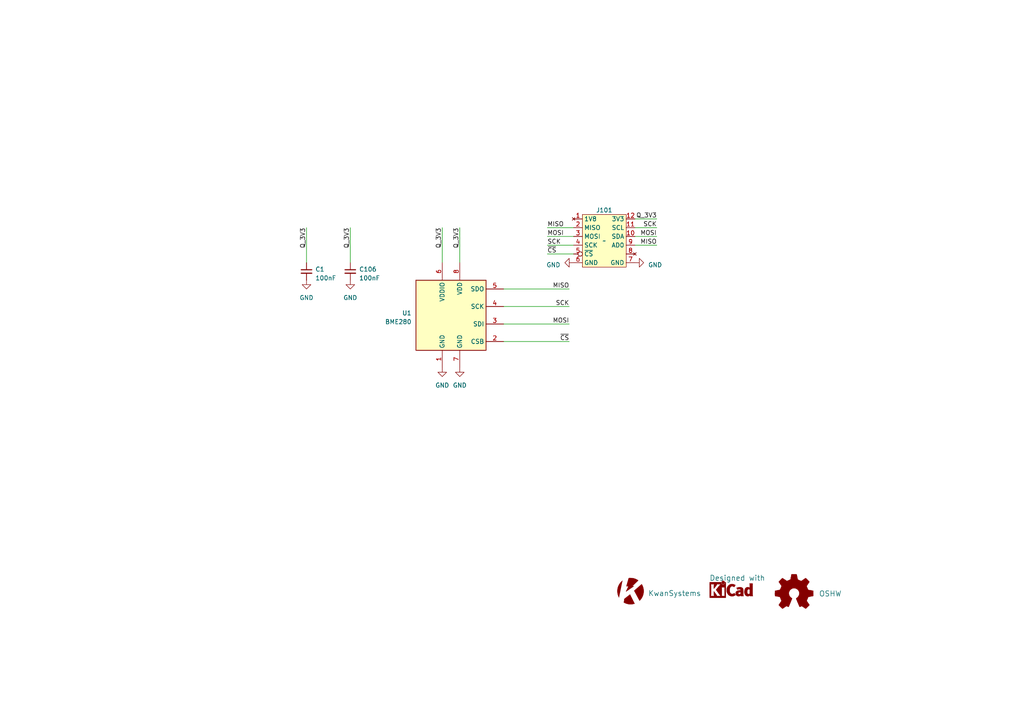
<source format=kicad_sch>
(kicad_sch (version 20230121) (generator eeschema)
  (paper "A4")
  (title_block (title "BME280 Stamp") (date "2023-03-23") (company "Kwan Systems"))
  (lib_symbols
    (symbol "Device:C_Small" (pin_numbers hide) (pin_names (offset 0.254) hide)
      (property "Reference" "C" (at 0.254 1.778 0))
      (property "Value" "C_Small" (at 0.254 -2.032 0))
      (symbol "C_Small_0_1"
        (polyline (pts (xy -1.524 -0.508) (xy 1.524 -0.508)) (stroke (width 0.3302)))
        (polyline (pts (xy -1.524 0.508) (xy 1.524 0.508)) (stroke (width 0.3048)))
      )
      (symbol "C_Small_1_1"
        (pin passive line (at 0 2.54 270) (length 2.032) (name "~") (number "1"))
        (pin passive line (at 0 -2.54 90) (length 2.032) (name "~") (number "2"))
      )
    )
    (symbol "KwanSystems:DesignedWithKicad" (pin_names (offset 1.016)) (in_bom no)
      (property "Value" "DesignedWithKicad" (at 3.81 -2.54 0))
      (symbol "DesignedWithKicad_0_1"
        (polyline (pts (xy -2.273 4.2434) (xy -2.1768 4.2192) (xy -2.0902 4.1764) (xy -2.0154 4.1166) (xy -1.9544 4.0415) (xy -1.9094 3.9528) (xy -1.8831 3.8565) (xy -1.8773 3.7592) (xy -1.8921 3.6653) (xy -1.9258 3.5775) (xy -1.9765 3.4982) (xy -2.0423 3.4302) (xy -2.1214 3.3759) (xy -2.2119 3.338) (xy -2.2632 3.3256) (xy -2.3077 3.3181) (xy -2.342 3.3151) (xy -2.375 3.3169) (xy -2.4154 3.3238) (xy -2.4485 3.3308) (xy -2.5419 3.3623) (xy -2.6256 3.4134) (xy -2.6977 3.4826) (xy -2.7562 3.5683) (xy -2.7701 3.5955) (xy -2.7866 3.6319) (xy -2.7969 3.6624) (xy -2.8025 3.6946) (xy -2.8047 3.7357) (xy -2.8049 3.7818) (xy -2.8009 3.8661) (xy -2.7874 3.9354) (xy -2.7623 3.996) (xy -2.7228 4.0544) (xy -2.6843 4.0987) (xy -2.6124 4.1645) (xy -2.5373 4.2099) (xy -2.4546 4.2372) (xy -2.3769 4.2474) (xy -2.273 4.2434)) (stroke (width 0.0025)) (fill (type outline)))
        (polyline (pts (xy 0.3284 3.3209) (xy 0.4886 3.2998) (xy 0.6525 3.2596) (xy 0.8223 3.2001) (xy 1 3.1208) (xy 1.0113 3.1153) (xy 1.069 3.0873) (xy 1.1206 3.0632) (xy 1.1622 3.0448) (xy 1.1902 3.0336) (xy 1.1997 3.0311) (xy 1.219 3.0261) (xy 1.2236 3.0219) (xy 1.2185 3.0114) (xy 1.2024 2.9851) (xy 1.1773 2.9457) (xy 1.1449 2.896) (xy 1.1071 2.8387) (xy 1.0658 2.7765) (xy 1.0228 2.7123) (xy 0.9799 2.6487) (xy 0.939 2.5886) (xy 0.902 2.5346) (xy 0.8706 2.4896) (xy 0.8468 2.4563) (xy 0.8323 2.4374) (xy 0.8303 2.4352) (xy 0.8202 2.4399) (xy 0.7978 2.457) (xy 0.7673 2.4836) (xy 0.7515 2.498) (xy 0.655 2.5733) (xy 0.5483 2.6288) (xy 0.4328 2.6639) (xy 0.31 2.6781) (xy 0.2406 2.6769) (xy 0.1194 2.6598) (xy 0.0102 2.6239) (xy -0.0874 2.569) (xy -0.1738 2.4949) (xy -0.2492 2.4013) (xy -0.314 2.2879) (xy -0.3514 2.2013) (xy -0.3953 2.0656) (xy -0.4276 1.9182) (xy -0.4484 1.7627) (xy -0.4579 1.603) (xy -0.4562 1.443) (xy -0.4432 1.2864) (xy -0.4191 1.1371) (xy -0.384 0.9988) (xy -0.3379 0.8753) (xy -0.3216 0.841) (xy -0.2534 0.7269) (xy -0.1729 0.6304) (xy -0.0814 0.5523) (xy 0.0199 0.4934) (xy 0.1299 0.4544) (xy 0.2474 0.4361) (xy 0.2889 0.4348) (xy 0.4104 0.4457) (xy 0.5309 0.4785) (xy 0.6487 0.5326) (xy 0.7623 0.6071) (xy 0.8537 0.6855) (xy 0.9002 0.73) (xy 1.0815 0.4327) (xy 1.1266 0.3586) (xy 1.1678 0.2904) (xy 1.2037 0.2305) (xy 1.2329 0.1816) (xy 1.2538 0.1459) (xy 1.2649 0.126) (xy 1.2664 0.1229) (xy 1.2581 0.1133) (xy 1.2326 0.096) (xy 1.1929 0.0727) (xy 1.1423 0.0451) (xy 1.0841 0.0147) (xy 1.0214 -0.0168) (xy 0.9576 -0.0477) (xy 0.8959 -0.0765) (xy 0.8394 -0.1014) (xy 0.7914 -0.1209) (xy 0.768 -0.1293) (xy 0.6342 -0.1671) (xy 0.4963 -0.1921) (xy 0.3486 -0.2051) (xy 0.2218 -0.2075) (xy 0.1539 -0.2064) (xy 0.0883 -0.2043) (xy 0.0308 -0.2014) (xy -0.0126 -0.1981) (xy -0.0267 -0.1964) (xy -0.1657 -0.1676) (xy -0.3072 -0.1225) (xy -0.4447 -0.0638) (xy -0.5716 0.0059) (xy -0.6491 0.0586) (xy -0.7765 0.1668) (xy -0.8948 0.2933) (xy -1.0018 0.4351) (xy -1.0953 0.589) (xy -1.1732 0.7519) (xy -1.217 0.8692) (xy -1.2673 1.0529) (xy -1.3008 1.2474) (xy -1.3176 1.4487) (xy -1.3176 1.6524) (xy -1.3009 1.8545) (xy -1.2675 2.0506) (xy -1.2174 2.2366) (xy -1.2136 2.2482) (xy -1.1507 2.4103) (xy -1.074 2.5582) (xy -0.9808 2.6961) (xy -0.8685 2.8283) (xy -0.8246 2.8736) (xy -0.6885 2.9975) (xy -0.5485 3.1001) (xy -0.4026 3.1823) (xy -0.2486 3.2454) (xy -0.0843 3.2905) (xy 0.0113 3.308) (xy 0.17 3.3235) (xy 0.3284 3.3209)) (stroke (width 0.0025)) (fill (type outline)))
        (polyline (pts (xy 6.1865 1.7978) (xy 6.1865 1.5633) (xy 6.1866 1.3504) (xy 6.1866 1.1578) (xy 6.1868 0.9845) (xy 6.1871 0.8294) (xy 6.1875 0.6914) (xy 6.1882 0.5693) (xy 6.189 0.4621) (xy 6.1902 0.3687) (xy 6.1917 0.2879) (xy 6.1935 0.2187) (xy 6.1958 0.16) (xy 6.1985 0.1106) (xy 6.2016 0.0695) (xy 6.2053 0.0356) (xy 6.2095 0.0077) (xy 6.2143 -0.0152) (xy 6.2198 -0.0342) (xy 6.2259 -0.0505) (xy 6.2327 -0.0652) (xy 6.2403 -0.0792) (xy 6.2486 -0.0939) (xy 6.2538 -0.103) (xy 6.2881 -0.1637) (xy 5.43 -0.1637) (xy 5.43 -0.0677) (xy 5.4292 -0.0244) (xy 5.4273 0.0088) (xy 5.4245 0.0266) (xy 5.4232 0.0282) (xy 5.4118 0.0213) (xy 5.3891 0.0035) (xy 5.3664 -0.0159) (xy 5.3118 -0.0566) (xy 5.2423 -0.0976) (xy 5.1653 -0.1351) (xy 5.088 -0.1654) (xy 5.0571 -0.175) (xy 4.9886 -0.1896) (xy 4.9058 -0.1995) (xy 4.8164 -0.2046) (xy 4.7282 -0.2044) (xy 4.6492 -0.1987) (xy 4.6115 -0.1929) (xy 4.4734 -0.1548) (xy 4.3461 -0.0971) (xy 4.2303 -0.0202) (xy 4.1266 0.0753) (xy 4.0358 0.1888) (xy 3.969 0.2996) (xy 3.9142 0.4164) (xy 3.8722 0.5357) (xy 3.8422 0.6617) (xy 3.8233 0.7984) (xy 3.8147 0.9498) (xy 3.814 1.0273) (xy 3.8161 1.0841) (xy 4.6452 1.0841) (xy 4.6454 0.991) (xy 4.6483 0.9033) (xy 4.654 0.8262) (xy 4.6625 0.765) (xy 4.665 0.7526) (xy 4.6968 0.6454) (xy 4.7385 0.5583) (xy 4.7904 0.4914) (xy 4.8528 0.4442) (xy 4.9261 0.4166) (xy 5.0107 0.4085) (xy 5.1068 0.4194) (xy 5.1703 0.4352) (xy 5.2195 0.4534) (xy 5.2736 0.4792) (xy 5.3142 0.5029) (xy 5.3848 0.5493) (xy 5.3848 1.6995) (xy 5.3174 1.743) (xy 5.2389 1.784) (xy 5.1547 1.8106) (xy 5.0696 1.8225) (xy 4.9882 1.8193) (xy 4.9154 1.8004) (xy 4.8834 1.7848) (xy 4.8255 1.7418) (xy 4.7765 1.685) (xy 4.7354 1.6124) (xy 4.7009 1.5219) (xy 4.6718 1.4113) (xy 4.6706 1.4055) (xy 4.6604 1.3432) (xy 4.6527 1.2654) (xy 4.6477 1.1773) (xy 4.6452 1.0841) (xy 3.8161 1.0841) (xy 3.8219 1.2401) (xy 3.8438 1.4359) (xy 3.8798 1.6147) (xy 3.9298 1.7762) (xy 3.9937 1.9203) (xy 4.0715 2.0469) (xy 4.1631 2.1559) (xy 4.2685 2.2471) (xy 4.3137 2.2781) (xy 4.4146 2.3342) (xy 4.5179 2.3738) (xy 4.628 2.398) (xy 4.7493 2.4078) (xy 4.8418 2.4067) (xy 4.9715 2.3958) (xy 5.0841 2.374) (xy 5.1829 2.3403) (xy 5.2711 2.2938) (xy 5.32 2.2596) (xy 5.3494 2.2376) (xy 5.371 2.2227) (xy 5.3793 2.2183) (xy 5.3809 2.2291) (xy 5.3822 2.2597) (xy 5.3831 2.3075) (xy 5.3838 2.3695) (xy 5.3842 2.4431) (xy 5.3843 2.5256) (xy 5.3842 2.6141) (xy 5.3838 2.7059) (xy 5.3832 2.7983) (xy 5.3823 2.8885) (xy 5.3813 2.9737) (xy 5.38 3.0513) (xy 5.3786 3.1184) (xy 5.3769 3.1724) (xy 5.3752 3.2104) (xy 5.3747 3.2173) (xy 5.3671 3.2877) (xy 5.3555 3.3429) (xy 5.3378 3.39) (xy 5.3117 3.4364) (xy 5.3054 3.4459) (xy 5.281 3.4826) (xy 6.1863 3.4826) (xy 6.1865 1.7978)) (stroke (width 0.0025)) (fill (type outline)))
        (polyline (pts (xy 2.6736 2.4034) (xy 2.8255 2.3834) (xy 2.9608 2.3498) (xy 3.0802 2.3023) (xy 3.1848 2.2406) (xy 3.2624 2.177) (xy 3.3313 2.1029) (xy 3.385 2.0231) (xy 3.4279 1.9309) (xy 3.4434 1.8878) (xy 3.4562 1.8489) (xy 3.4674 1.8127) (xy 3.4771 1.7776) (xy 3.4854 1.7416) (xy 3.4924 1.703) (xy 3.4983 1.6598) (xy 3.5031 1.6104) (xy 3.5071 1.5527) (xy 3.5103 1.4851) (xy 3.5129 1.4057) (xy 3.5151 1.3126) (xy 3.5168 1.204) (xy 3.5183 1.0781) (xy 3.5198 0.933) (xy 3.521 0.7902) (xy 3.5224 0.634) (xy 3.5236 0.4988) (xy 3.5248 0.3828) (xy 3.5261 0.2844) (xy 3.5277 0.2019) (xy 3.5297 0.1338) (xy 3.5322 0.0782) (xy 3.5353 0.0337) (xy 3.5391 -0.0015) (xy 3.5439 -0.029) (xy 3.5496 -0.0506) (xy 3.5565 -0.0677) (xy 3.5647 -0.0822) (xy 3.5742 -0.0956) (xy 3.5853 -0.1096) (xy 3.5896 -0.1151) (xy 3.6054 -0.1379) (xy 3.6124 -0.1535) (xy 3.6124 -0.1539) (xy 3.6016 -0.1561) (xy 3.5706 -0.1581) (xy 3.522 -0.1599) (xy 3.4582 -0.1615) (xy 3.3817 -0.1626) (xy 3.2949 -0.1634) (xy 3.2005 -0.1637) (xy 3.1896 -0.1637) (xy 2.7667 -0.1637) (xy 2.7634 -0.0676) (xy 2.7601 0.0284) (xy 2.698 -0.0225) (xy 2.6007 -0.0901) (xy 2.4908 -0.1447) (xy 2.4043 -0.175) (xy 2.3353 -0.1897) (xy 2.2519 -0.1997) (xy 2.1622 -0.2046) (xy 2.0738 -0.2043) (xy 1.9949 -0.1984) (xy 1.9586 -0.1926) (xy 1.8186 -0.1548) (xy 1.6922 -0.0999) (xy 1.5803 -0.0289) (xy 1.4838 0.0574) (xy 1.4036 0.1583) (xy 1.3407 0.2729) (xy 1.2963 0.399) (xy 1.284 0.4556) (xy 1.2764 0.5178) (xy 1.2727 0.5926) (xy 1.2722 0.6265) (xy 1.2723 0.6297) (xy 2.0322 0.6297) (xy 2.0415 0.5547) (xy 2.0697 0.4908) (xy 2.1182 0.4352) (xy 2.1233 0.4308) (xy 2.1715 0.396) (xy 2.2233 0.3734) (xy 2.284 0.3615) (xy 2.3594 0.3586) (xy 2.3775 0.359) (xy 2.4313 0.3617) (xy 2.4713 0.3671) (xy 2.5063 0.3773) (xy 2.5451 0.3941) (xy 2.5557 0.3993) (xy 2.6164 0.4352) (xy 2.6632 0.4778) (xy 2.676 0.493) (xy 2.7206 0.5495) (xy 2.7206 0.7454) (xy 2.7201 0.8241) (xy 2.7184 0.882) (xy 2.7154 0.9211) (xy 2.7111 0.9433) (xy 2.707 0.9497) (xy 2.691 0.9529) (xy 2.6573 0.9555) (xy 2.6103 0.9573) (xy 2.555 0.9581) (xy 2.5461 0.9582) (xy 2.4253 0.9529) (xy 2.3227 0.9367) (xy 2.2361 0.909) (xy 2.1637 0.8692) (xy 2.1088 0.8222) (xy 2.0642 0.7644) (xy 2.0395 0.7013) (xy 2.0322 0.6297) (xy 1.2723 0.6297) (xy 1.2742 0.7203) (xy 1.2825 0.7992) (xy 1.2988 0.8704) (xy 1.3244 0.9411) (xy 1.3484 0.9935) (xy 1.407 1.0888) (xy 1.4851 1.1768) (xy 1.5803 1.256) (xy 1.6902 1.3247) (xy 1.8125 1.3813) (xy 1.9448 1.4242) (xy 2.0094 1.4391) (xy 2.1456 1.4612) (xy 2.294 1.4758) (xy 2.4455 1.4822) (xy 2.5721 1.4806) (xy 2.734 1.4738) (xy 2.7265 1.5328) (xy 2.7072 1.6319) (xy 2.6761 1.7126) (xy 2.6323 1.7755) (xy 2.5749 1.8212) (xy 2.503 1.8504) (xy 2.4159 1.8636) (xy 2.3127 1.8614) (xy 2.2747 1.8574) (xy 2.1335 1.8322) (xy 1.9967 1.7912) (xy 1.9022 1.7532) (xy 1.857 1.7338) (xy 1.8186 1.7182) (xy 1.7922 1.7086) (xy 1.7845 1.7065) (xy 1.7748 1.7156) (xy 1.7581 1.7446) (xy 1.7342 1.7938) (xy 1.7031 1.8635) (xy 1.6645 1.9541) (xy 1.6579 1.9699) (xy 1.6279 2.0422) (xy 1.6009 2.1076) (xy 1.5781 2.1631) (xy 1.5608 2.2059) (xy 1.55 2.2332) (xy 1.5469 2.2421) (xy 1.5569 2.2468) (xy 1.5832 2.2521) (xy 1.6115 2.2558) (xy 1.6416 2.2605) (xy 1.6894 2.27) (xy 1.7506 2.2832) (xy 1.8209 2.2992) (xy 1.8962 2.3172) (xy 1.9248 2.3242) (xy 2.0298 2.3498) (xy 2.1175 2.3699) (xy 2.1921 2.385) (xy 2.2579 2.396) (xy 2.3193 2.4033) (xy 2.3806 2.4077) (xy 2.4461 2.4097) (xy 2.5041 2.4101) (xy 2.6736 2.4034)) (stroke (width 0.0025)) (fill (type outline)))
        (polyline (pts (xy -2.9464 3.7809) (xy -2.9355 3.667) (xy -2.9039 3.5594) (xy -2.853 3.4604) (xy -2.7843 3.3723) (xy -2.6992 3.2975) (xy -2.6022 3.2396) (xy -2.496 3.2) (xy -2.389 3.1814) (xy -2.2833 3.1826) (xy -2.1811 3.2021) (xy -2.0845 3.2386) (xy -1.9956 3.2908) (xy -1.9165 3.3573) (xy -1.8494 3.4368) (xy -1.7962 3.528) (xy -1.7592 3.6295) (xy -1.7404 3.7399) (xy -1.7385 3.7898) (xy -1.7385 3.8777) (xy -1.6866 3.8777) (xy -1.6503 3.8749) (xy -1.6234 3.8631) (xy -1.5962 3.8394) (xy -1.5579 3.801) (xy -1.5579 1.6094) (xy -1.5579 1.3473) (xy -1.5579 1.1068) (xy -1.558 0.887) (xy -1.5581 0.6869) (xy -1.5582 0.5057) (xy -1.5584 0.3423) (xy -1.5587 0.1958) (xy -1.5591 0.0654) (xy -1.5595 -0.05) (xy -1.56 -0.1513) (xy -1.5606 -0.2395) (xy -1.5613 -0.3154) (xy -1.5621 -0.3801) (xy -1.5631 -0.4344) (xy -1.5642 -0.4793) (xy -1.5654 -0.5157) (xy -1.5667 -0.5447) (xy -1.5683 -0.5671) (xy -1.5699 -0.5838) (xy -1.5718 -0.5959) (xy -1.5738 -0.6042) (xy -1.576 -0.6097) (xy -1.5771 -0.6115) (xy -1.5813 -0.6185) (xy -1.5848 -0.625) (xy -1.5886 -0.6309) (xy -1.5937 -0.6363) (xy -1.6009 -0.6412) (xy -1.6111 -0.6456) (xy -1.6254 -0.6496) (xy -1.6445 -0.6531) (xy -1.6695 -0.6563) (xy -1.7012 -0.659) (xy -1.7407 -0.6615) (xy -1.7887 -0.6636) (xy -1.8462 -0.6653) (xy -1.9142 -0.6668) (xy -1.9936 -0.6681) (xy -2.0853 -0.6691) (xy -2.1902 -0.6699) (xy -2.3092 -0.6705) (xy -2.4433 -0.6709) (xy -2.5934 -0.6712) (xy -2.7604 -0.6714) (xy -2.9452 -0.6715) (xy -3.1488 -0.6715) (xy -3.3721 -0.6715) (xy -3.6159 -0.6715) (xy -3.8813 -0.6714) (xy -3.9197 -0.6714) (xy -4.1867 -0.6714) (xy -4.432 -0.6713) (xy -4.6566 -0.6712) (xy -4.8613 -0.6711) (xy -5.0472 -0.6709) (xy -5.2151 -0.6706) (xy -5.3659 -0.6703) (xy -5.5006 -0.6699) (xy -5.62 -0.6694) (xy -5.7252 -0.6689) (xy -5.817 -0.6683) (xy -5.8963 -0.6675) (xy -5.964 -0.6667) (xy -6.0212 -0.6657) (xy -6.0686 -0.6646) (xy -6.1073 -0.6634) (xy -6.138 -0.662) (xy -6.1619 -0.6606) (xy -6.1797 -0.6589) (xy -6.1924 -0.6571) (xy -6.2009 -0.6551) (xy -6.2053 -0.6535) (xy -6.2137 -0.6499) (xy -6.2215 -0.6473) (xy -6.2286 -0.6446) (xy -6.2351 -0.6411) (xy -6.2409 -0.6356) (xy -6.2462 -0.6274) (xy -6.251 -0.6154) (xy -6.2552 -0.5987) (xy -6.2589 -0.5765) (xy -6.2622 -0.5477) (xy -6.2651 -0.5114) (xy -6.2675 -0.4667) (xy -6.2696 -0.4126) (xy -6.2714 -0.3483) (xy -6.2728 -0.2727) (xy -6.274 -0.185) (xy -6.2749 -0.0842) (xy -6.2756 0.0306) (xy -6.2761 0.1603) (xy -6.2764 0.306) (xy -6.2766 0.4685) (xy -6.2767 0.6487) (xy -6.2767 0.8476) (xy -6.2767 1.0662) (xy -6.2766 1.3053) (xy -6.2766 1.566) (xy -6.2766 1.6081) (xy -6.2766 1.871) (xy -6.2767 2.1123) (xy -6.2767 2.3328) (xy -6.2766 2.5336) (xy -6.2765 2.7157) (xy -6.2764 2.8798) (xy -6.2761 3.027) (xy -6.2756 3.1582) (xy -6.275 3.2681) (xy -5.9722 3.2681) (xy -5.9324 3.2103) (xy -5.9212 3.1945) (xy -5.9112 3.1806) (xy -5.9021 3.1672) (xy -5.8941 3.1533) (xy -5.887 3.1376) (xy -5.8807 3.119) (xy -5.8753 3.0963) (xy -5.8707 3.0683) (xy -5.8667 3.0337) (xy -5.8634 2.9915) (xy -5.8607 2.9404) (xy -5.8585 2.8793) (xy -5.8567 2.8069) (xy -5.8554 2.722) (xy -5.8545 2.6236) (xy -5.8539 2.5103) (xy -5.8535 2.3811) (xy -5.8533 2.2347) (xy -5.8532 2.0699) (xy -5.8532 1.8856) (xy -5.8533 1.6805) (xy -5.8533 1.5579) (xy -5.8533 1.3409) (xy -5.8532 1.1454) (xy -5.8532 0.97) (xy -5.8534 0.8137) (xy -5.8536 0.6751) (xy -5.8541 0.5533) (xy -5.8549 0.4468) (xy -5.856 0.3547) (xy -5.8574 0.2756) (xy -5.8593 0.2084) (xy -5.8617 0.1519) (xy -5.8647 0.1049) (xy -5.8683 0.0662) (xy -5.8725 0.0347) (xy -5.8774 0.0091) (xy -5.8832 -0.0117) (xy -5.8897 -0.0289) (xy -5.8972 -0.0438) (xy -5.9056 -0.0574) (xy -5.915 -0.0711) (xy -5.9254 -0.0859) (xy -5.9315 -0.0948) (xy -5.9703 -0.1524) (xy -5.4387 -0.1524) (xy -5.3155 -0.1524) (xy -5.213 -0.1522) (xy -5.1294 -0.1519) (xy -5.063 -0.1513) (xy -5.0118 -0.1504) (xy -4.974 -0.1491) (xy -4.9479 -0.1473) (xy -4.9316 -0.145) (xy -4.9233 -0.142) (xy -4.9212 -0.1384) (xy -4.9233 -0.1341) (xy -4.9245 -0.1326) (xy -4.9497 -0.0956) (xy -4.9756 -0.0428) (xy -4.9992 0.0192) (xy -5.0075 0.0456) (xy -5.0121 0.0636) (xy -5.016 0.0846) (xy -5.0192 0.1109) (xy -5.022 0.1445) (xy -5.0242 0.1874) (xy -5.0261 0.2418) (xy -5.0276 0.3097) (xy -5.029 0.3933) (xy -5.0302 0.4946) (xy -5.0313 0.6157) (xy -5.0317 0.6604) (xy -5.0327 0.7856) (xy -5.0335 0.8899) (xy -5.0339 0.9753) (xy -5.034 1.0435) (xy -5.0336 1.0962) (xy -5.0327 1.1354) (xy -5.0313 1.1627) (xy -5.0293 1.18) (xy -5.0266 1.1891) (xy -5.0232 1.1917) (xy -5.019 1.1896) (xy -5.0146 1.1853) (xy -5.0042 1.1724) (xy -4.9822 1.1433) (xy -4.95 1.1002) (xy -4.9092 1.0453) (xy -4.8614 0.9806) (xy -4.8081 0.9083) (xy -4.7509 0.8305) (xy -4.6914 0.7493) (xy -4.6312 0.6669) (xy -4.5717 0.5855) (xy -4.5145 0.507) (xy -4.4612 0.4338) (xy -4.4135 0.3679) (xy -4.3727 0.3113) (xy -4.3405 0.2664) (xy -4.3185 0.2352) (xy -4.3139 0.2285) (xy -4.291 0.1916) (xy -4.2642 0.1436) (xy -4.2388 0.0941) (xy -4.2356 0.0874) (xy -4.2139 0.0392) (xy -4.2013 0.0017) (xy -4.1956 -0.0342) (xy -4.1945 -0.0762) (xy -4.1951 -0.1524) (xy -3.0407 -0.1524) (xy -3.1318 -0.0587) (xy -3.1786 -0.0088) (xy -3.2289 0.0477) (xy -3.2749 0.102) (xy -3.2954 0.1273) (xy -3.3258 0.1669) (xy -3.3659 0.2201) (xy -3.4144 0.2853) (xy -3.4701 0.361) (xy -3.532 0.4454) (xy -3.5988 0.537) (xy -3.6694 0.6341) (xy -3.7425 0.7351) (xy -3.8171 0.8383) (xy -3.8919 0.9422) (xy -3.9658 1.0451) (xy -4.0376 1.1454) (xy -4.1062 1.2414) (xy -4.1703 1.3315) (xy -4.2288 1.4141) (xy -4.2805 1.4875) (xy -4.3242 1.5502) (xy -4.3589 1.6004) (xy -4.3832 1.6367) (xy -4.3961 1.6572) (xy -4.3979 1.6613) (xy -4.3899 1.6727) (xy -4.3691 1.6998) (xy -4.3368 1.7412) (xy -4.2945 1.795) (xy -4.2433 1.8595) (xy -4.1848 1.9331) (xy -4.1203 2.014) (xy -4.0511 2.1006) (xy -3.9787 2.1912) (xy -3.9042 2.2839) (xy -3.8445 2.3583) (xy -2.8335 2.3583) (xy -2.8276 2.3453) (xy -2.8133 2.3231) (xy -2.8122 2.3216) (xy -2.7934 2.2915) (xy -2.7738 2.2546) (xy -2.7699 2.2465) (xy -2.7664 2.2381) (xy -2.7632 2.2279) (xy -2.7605 2.2147) (xy -2.7581 2.1971) (xy -2.756 2.1735) (xy -2.7542 2.1427) (xy -2.7527 2.1032) (xy -2.7514 2.0537) (xy -2.7503 1.9928) (xy -2.7494 1.919) (xy -2.7486 1.831) (xy -2.7479 1.7273) (xy -2.7474 1.6067) (xy -2.7468 1.4676) (xy -2.7463 1.3088) (xy -2.7457 1.1299) (xy -2.7452 0.9448) (xy -2.7448 0.7809) (xy -2.7445 0.6367) (xy -2.7445 0.5109) (xy -2.7448 0.4021) (xy -2.7454 0.3089) (xy -2.7465 0.2299) (xy -2.7481 0.1637) (xy -2.7503 0.1088) (xy -2.7531 0.064) (xy -2.7567 0.0277) (xy -2.761 -0.0013) (xy -2.7661 -0.0246) (xy -2.7722 -0.0435) (xy -2.7792 -0.0594) (xy -2.7873 -0.0736) (xy -2.7965 -0.0877) (xy -2.805 -0.1002) (xy -2.8222 -0.1265) (xy -2.8323 -0.144) (xy -2.8335 -0.1473) (xy -2.8226 -0.1483) (xy -2.7914 -0.1493) (xy -2.7422 -0.1502) (xy -2.6773 -0.151) (xy -2.599 -0.1516) (xy -2.5096 -0.1521) (xy -2.4114 -0.1523) (xy -2.3424 -0.1524) (xy -2.2375 -0.1522) (xy -2.1406 -0.1515) (xy -2.0541 -0.1505) (xy -1.9801 -0.1492) (xy -1.9209 -0.1476) (xy -1.8785 -0.1458) (xy -1.8553 -0.1438) (xy -1.8514 -0.1425) (xy -1.8591 -0.1276) (xy -1.8671 -0.1196) (xy -1.8802 -0.1024) (xy -1.8975 -0.0722) (xy -1.9094 -0.0476) (xy -1.936 0.0113) (xy -1.9391 1.1882) (xy -1.9422 2.365) (xy -2.3879 2.365) (xy -2.4857 2.3649) (xy -2.5761 2.3644) (xy -2.6566 2.3637) (xy -2.725 2.3627) (xy -2.7787 2.3615) (xy -2.8153 2.3602) (xy -2.8325 2.3588) (xy -2.8335 2.3583) (xy -3.8445 2.3583) (xy -3.8293 2.3773) (xy -3.7551 2.4695) (xy -3.6831 2.5588) (xy -3.6146 2.6436) (xy -3.551 2.7221) (xy -3.4936 2.7927) (xy -3.4438 2.8536) (xy -3.4031 2.9032) (xy -3.3859 2.9238) (xy -3.2996 3.0245) (xy -3.223 3.1077) (xy -3.1542 3.1756) (xy -3.0912 3.2299) (xy -3.0819 3.2373) (xy -3.0424 3.2679) (xy -4.1741 3.2681) (xy -4.1688 3.2202) (xy -4.1721 3.1628) (xy -4.1937 3.0945) (xy -4.2336 3.0148) (xy -4.2789 2.9425) (xy -4.2952 2.9199) (xy -4.3232 2.8823) (xy -4.3614 2.832) (xy -4.4081 2.771) (xy -4.4617 2.7016) (xy -4.5203 2.6258) (xy -4.5825 2.5458) (xy -4.6464 2.4638) (xy -4.7105 2.3818) (xy -4.773 2.3021) (xy -4.8323 2.2267) (xy -4.8868 2.1578) (xy -4.9346 2.0976) (xy -4.9743 2.0481) (xy -5.004 2.0116) (xy -5.0222 1.9901) (xy -5.0252 1.9868) (xy -5.0281 1.9949) (xy -5.0303 2.0251) (xy -5.0319 2.0774) (xy -5.0328 2.1515) (xy -5.033 2.2469) (xy -5.0326 2.3636) (xy -5.0317 2.4836) (xy -5.0304 2.6157) (xy -5.0289 2.7274) (xy -5.0269 2.821) (xy -5.0242 2.8986) (xy -5.0206 2.9624) (xy -5.0158 3.0147) (xy -5.0095 3.0577) (xy -5.0015 3.0934) (xy -4.9916 3.1243) (xy -4.9795 3.1524) (xy -4.965 3.18) (xy -4.9503 3.205) (xy -4.9123 3.2681) (xy -5.9722 3.2681) (xy -6.275 3.2681) (xy -6.275 3.2744) (xy -6.2742 3.3765) (xy -6.2732 3.4654) (xy -6.2719 3.5421) (xy -6.2704 3.6075) (xy -6.2685 3.6626) (xy -6.2664 3.7082) (xy -6.2639 3.7455) (xy -6.261 3.7752) (xy -6.2577 3.7983) (xy -6.254 3.8159) (xy -6.2499 3.8287) (xy -6.2452 3.8378) (xy -6.2401 3.8441) (xy -6.2345 3.8485) (xy -6.2283 3.852) (xy -6.2215 3.8556) (xy -6.2155 3.8591) (xy -6.2103 3.8617) (xy -6.2021 3.864) (xy -6.1899 3.8661) (xy -6.1725 3.868) (xy -6.149 3.8697) (xy -6.1181 3.8711) (xy -6.0788 3.8724) (xy -6.03 3.8735) (xy -5.9705 3.8744) (xy -5.8994 3.8752) (xy -5.8155 3.8759) (xy -5.7177 3.8764) (xy -5.6049 3.8768) (xy -5.476 3.8772) (xy -5.33 3.8774) (xy -5.1657 3.8776) (xy -4.982 3.8777) (xy -4.7779 3.8777) (xy -4.5668 3.8777) (xy -2.9464 3.8777) (xy -2.9464 3.7809)) (stroke (width 0.0025)) (fill (type outline)))
      )
    )
    (symbol "KwanSystems:KwanSystems" (pin_names (offset 1.016)) (in_bom no)
      (property "Value" "KwanSystems" (at 0 -5.08 0))
      (symbol "KwanSystems_0_1"
        (polyline (pts (xy 0.3018 3.8025) (xy 0.5462 3.7744) (xy 0.7854 3.7321) (xy 1.0193 3.6754) (xy 1.2478 3.6045) (xy 1.4711 3.5193) (xy 1.689 3.4198) (xy 1.9015 3.3061) (xy 2.1085 3.1781) (xy 2.2308 3.09) (xy 0.4924 1.42) (xy 0.9508 1.42) (xy -1.31 -0.12) (xy -0.5992 1.42) (xy -1.1938 1.42) (xy -0.5192 3.78) (xy -0.3885 3.7927) (xy -0.1814 3.8059) (xy 0.0333 3.811)) (stroke (width 0.0025)) (fill (type outline)))
        (polyline (pts (xy 1.2117 -3.611) (xy 1.1805 -3.6269) (xy 1.1201 -3.6454) (xy 1.0517 -3.6655) (xy 0.8462 -3.7189) (xy 0.6348 -3.7604) (xy 0.4156 -3.7905) (xy 0.3277 -3.7992) (xy 0.1234 -3.8081) (xy 0.0408 -3.8091) (xy -0.0437 -3.8092) (xy -0.1265 -3.8082) (xy -0.3391 -3.7989) (xy -0.5799 -3.7695) (xy -0.8161 -3.7257) (xy -1.0478 -3.6672) (xy -1.2753 -3.5942) (xy -1.4987 -3.5065) (xy -1.6599 -3.4329) (xy -1.8371 -3.3426) (xy -1.9342 -3.2879) (xy -1.78 -2.25) (xy -0.12 -0.95)) (stroke (width 0.0025)) (fill (type outline)))
        (polyline (pts (xy -3.33 -1.85) (xy -3.4035 -1.7216) (xy -3.5014 -1.5107) (xy -3.5664 -1.3527) (xy -3.641 -1.1379) (xy -3.7016 -0.923) (xy -3.7485 -0.7062) (xy -3.782 -0.486) (xy -3.8025 -0.2605) (xy -3.8102 -0.0281) (xy -3.8103 0) (xy -3.8029 0.2742) (xy -3.7787 0.5215) (xy -3.7379 0.7583) (xy -3.6926 0.9566) (xy -3.6383 1.1468) (xy -3.5739 1.3326) (xy -3.4979 1.5178) (xy -3.4219 1.6804) (xy -3.3272 1.8622) (xy -3.2273 2.0324) (xy -3.1205 2.1935) (xy -3.0049 2.3481) (xy -2.8787 2.4988) (xy -2.7399 2.6482) (xy -2.6018 2.7839) (xy -2.4691 2.9048) (xy -2.33 3.02)) (stroke (width 0.0025)) (fill (type outline)))
        (polyline (pts (xy 3.337 1.8449) (xy 3.4183 1.6918) (xy 3.5168 1.4771) (xy 3.6016 1.2562) (xy 3.6727 1.0287) (xy 3.73 0.7948) (xy 3.7737 0.5541) (xy 3.7919 0.4191) (xy 3.7965 0.3713) (xy 3.8004 0.3111) (xy 3.8037 0.2415) (xy 3.8062 0.1653) (xy 3.808 0.0853) (xy 3.8091 0.0045) (xy 3.8092 -0.0742) (xy 3.8085 -0.148) (xy 3.8068 -0.214) (xy 3.8042 -0.2693) (xy 3.8033 -0.2821) (xy 3.7774 -0.5241) (xy 3.7368 -0.7619) (xy 3.6819 -0.9952) (xy 3.6126 -1.2235) (xy 3.5291 -1.4466) (xy 3.4316 -1.664) (xy 3.3202 -1.8755) (xy 3.1951 -2.0807) (xy 3.0563 -2.2792) (xy 2.918 -2.4541) (xy 2.7919 -2.5949) (xy 2.62 -2.77) (xy 1.07 0.12) (xy 3.24 2.01)) (stroke (width 0.0025)) (fill (type outline)))
      )
    )
    (symbol "KwanSystems:OSHW" (pin_names (offset 1.016)) (in_bom no)
      (property "Value" "OSHW" (at 10.16 1.27 0))
      (symbol "OSHW_0_1"
        (polyline (pts (xy 3.81 -3.81) (xy 3.7592 -3.7846) (xy 3.6322 -3.7084) (xy 3.4544 -3.5814) (xy 3.2258 -3.429) (xy 2.9972 -3.2766) (xy 2.8194 -3.175) (xy 2.6924 -3.0734) (xy 2.6416 -3.048) (xy 2.6162 -3.0734) (xy 2.5146 -3.1242) (xy 2.3622 -3.2004) (xy 2.2606 -3.2512) (xy 2.1336 -3.302) (xy 2.0574 -3.302) (xy 2.0574 -3.302) (xy 2.0066 -3.2004) (xy 1.9304 -2.9972) (xy 1.8034 -2.7686) (xy 1.7018 -2.4892) (xy 1.5748 -2.1844) (xy 1.4224 -1.8796) (xy 1.3208 -1.5748) (xy 1.1938 -1.2954) (xy 1.1176 -1.0922) (xy 1.0668 -0.9398) (xy 1.0414 -0.8636) (xy 1.0414 -0.8636) (xy 1.1176 -0.7874) (xy 1.2446 -0.7112) (xy 1.4986 -0.4826) (xy 1.7526 -0.1524) (xy 1.905 0.2032) (xy 1.9812 0.6096) (xy 1.9304 0.9906) (xy 1.778 1.3462) (xy 1.524 1.6764) (xy 1.2192 1.905) (xy 0.8636 2.0574) (xy 0.4572 2.1082) (xy 0.0762 2.0828) (xy -0.2794 1.9304) (xy -0.6096 1.6764) (xy -0.762 1.524) (xy -0.9398 1.1938) (xy -1.0668 0.8382) (xy -1.0668 0.762) (xy -1.0414 0.3556) (xy -0.9398 0) (xy -0.7366 -0.3302) (xy -0.4572 -0.6096) (xy -0.4064 -0.635) (xy -0.2794 -0.7366) (xy -0.1778 -0.8128) (xy -0.127 -0.8636) (xy -0.6096 -2.0574) (xy -0.6858 -2.2606) (xy -0.8382 -2.5908) (xy -0.9398 -2.8702) (xy -1.0414 -3.0988) (xy -1.1176 -3.2512) (xy -1.143 -3.302) (xy -1.143 -3.302) (xy -1.1938 -3.302) (xy -1.27 -3.2766) (xy -1.4478 -3.2004) (xy -1.5494 -3.1496) (xy -1.6764 -3.0734) (xy -1.7526 -3.048) (xy -1.8034 -3.0734) (xy -1.905 -3.1496) (xy -2.0828 -3.2766) (xy -2.3114 -3.429) (xy -2.5146 -3.556) (xy -2.6924 -3.683) (xy -2.8448 -3.7846) (xy -2.8956 -3.81) (xy -2.921 -3.81) (xy -2.9718 -3.7846) (xy -3.0734 -3.683) (xy -3.2512 -3.5306) (xy -3.4798 -3.302) (xy -3.5052 -3.2766) (xy -3.7084 -3.0734) (xy -3.8608 -2.921) (xy -3.9624 -2.794) (xy -3.9878 -2.7432) (xy -3.9878 -2.7432) (xy -3.9624 -2.6924) (xy -3.8608 -2.54) (xy -3.7592 -2.3622) (xy -3.6068 -2.1336) (xy -3.2004 -1.5494) (xy -3.429 -1.016) (xy -3.4798 -0.8382) (xy -3.5814 -0.635) (xy -3.6322 -0.508) (xy -3.6576 -0.4318) (xy -3.7338 -0.4064) (xy -3.8608 -0.381) (xy -4.0894 -0.3302) (xy -4.3434 -0.2794) (xy -4.5974 -0.254) (xy -4.8006 -0.2032) (xy -4.9784 -0.1778) (xy -5.0546 -0.1524) (xy -5.0546 -0.1524) (xy -5.08 -0.1016) (xy -5.08 -0.0254) (xy -5.08 0.1016) (xy -5.1054 0.3048) (xy -5.1054 0.6096) (xy -5.1054 0.6604) (xy -5.08 0.9398) (xy -5.08 1.1684) (xy -5.08 1.2954) (xy -5.08 1.3716) (xy -5.08 1.3716) (xy -5.0038 1.3716) (xy -4.8514 1.4224) (xy -4.6228 1.4478) (xy -4.3688 1.4986) (xy -4.3434 1.524) (xy -4.0894 1.5748) (xy -3.8608 1.6002) (xy -3.7084 1.651) (xy -3.6322 1.6764) (xy -3.6322 1.6764) (xy -3.5814 1.778) (xy -3.5052 1.9558) (xy -3.4036 2.159) (xy -3.3274 2.3622) (xy -3.2512 2.54) (xy -3.2004 2.6924) (xy -3.175 2.7432) (xy -3.175 2.7432) (xy -3.2258 2.8194) (xy -3.302 2.9464) (xy -3.429 3.1242) (xy -3.6068 3.3528) (xy -3.6068 3.3782) (xy -3.7592 3.6068) (xy -3.8862 3.7846) (xy -3.9624 3.9116) (xy -3.9878 3.9878) (xy -3.9878 3.9878) (xy -3.937 4.0386) (xy -3.8354 4.1656) (xy -3.6576 4.3434) (xy -3.4798 4.5466) (xy -3.4036 4.5974) (xy -3.2004 4.826) (xy -3.048 4.953) (xy -2.9464 5.0292) (xy -2.8956 5.0546) (xy -2.8956 5.0546) (xy -2.8448 5.0038) (xy -2.6924 4.9022) (xy -2.5146 4.7752) (xy -2.286 4.6228) (xy -2.2606 4.6228) (xy -2.032 4.4704) (xy -1.8542 4.3434) (xy -1.7272 4.2418) (xy -1.6764 4.2164) (xy -1.651 4.2164) (xy -1.5748 4.2418) (xy -1.397 4.2926) (xy -1.2192 4.3688) (xy -1.016 4.4704) (xy -0.8128 4.5466) (xy -0.6858 4.5974) (xy -0.6096 4.6482) (xy -0.6096 4.6482) (xy -0.5842 4.7244) (xy -0.5588 4.8768) (xy -0.508 5.1054) (xy -0.4572 5.3848) (xy -0.4318 5.4356) (xy -0.381 5.6896) (xy -0.3556 5.9182) (xy -0.3302 6.0706) (xy -0.3048 6.1214) (xy -0.254 6.1468) (xy -0.127 6.1468) (xy 0.0508 6.1468) (xy 0.3048 6.1468) (xy 0.5334 6.1468) (xy 0.7874 6.1468) (xy 0.9906 6.1468) (xy 1.143 6.1214) (xy 1.1938 6.1214) (xy 1.1938 6.1214) (xy 1.2192 6.0452) (xy 1.27 5.8674) (xy 1.2954 5.6388) (xy 1.3716 5.3594) (xy 1.3716 5.3086) (xy 1.4224 5.0546) (xy 1.4732 4.826) (xy 1.4986 4.6736) (xy 1.524 4.6228) (xy 1.524 4.6228) (xy 1.651 4.572) (xy 1.8288 4.4958) (xy 2.032 4.3942) (xy 2.54 4.191) (xy 3.175 4.6228) (xy 3.2258 4.6736) (xy 3.4544 4.826) (xy 3.6322 4.953) (xy 3.7592 5.0292) (xy 3.8354 5.0546) (xy 3.8354 5.0546) (xy 3.8862 5.0038) (xy 4.0132 4.8768) (xy 4.191 4.7244) (xy 4.3688 4.5212) (xy 4.5212 4.3688) (xy 4.699 4.191) (xy 4.8006 4.0894) (xy 4.8768 4.0132) (xy 4.8768 3.9624) (xy 4.8768 3.937) (xy 4.8514 3.8608) (xy 4.7498 3.7338) (xy 4.6228 3.5306) (xy 4.4704 3.3274) (xy 4.3434 3.1242) (xy 4.2164 2.921) (xy 4.1148 2.7686) (xy 4.0894 2.6924) (xy 4.0894 2.667) (xy 4.1402 2.54) (xy 4.2164 2.3622) (xy 4.318 2.1336) (xy 4.5212 1.651) (xy 4.8514 1.5748) (xy 5.0546 1.5494) (xy 5.334 1.4986) (xy 5.588 1.4478) (xy 5.9944 1.3716) (xy 6.0198 -0.127) (xy 5.9436 -0.1524) (xy 5.8928 -0.1524) (xy 5.7404 -0.2032) (xy 5.5118 -0.2286) (xy 5.2578 -0.2794) (xy 5.0546 -0.3302) (xy 4.826 -0.381) (xy 4.6736 -0.4064) (xy 4.5974 -0.4064) (xy 4.572 -0.4318) (xy 4.5212 -0.5334) (xy 4.445 -0.7112) (xy 4.3688 -0.9144) (xy 4.2672 -1.1176) (xy 4.191 -1.3208) (xy 4.1402 -1.4732) (xy 4.1148 -1.5494) (xy 4.1402 -1.6002) (xy 4.2418 -1.7272) (xy 4.3434 -1.9304) (xy 4.4958 -2.1336) (xy 4.6482 -2.3622) (xy 4.7752 -2.54) (xy 4.8514 -2.667) (xy 4.9022 -2.7432) (xy 4.8768 -2.794) (xy 4.8006 -2.8956) (xy 4.6228 -3.048) (xy 4.3942 -3.302) (xy 4.3434 -3.3274) (xy 4.1402 -3.5306) (xy 3.9878 -3.683) (xy 3.8608 -3.7846) (xy 3.81 -3.81)) (stroke (width 0.0025)) (fill (type outline)))
      )
    )
    (symbol "KwanSystems:STAMP"
      (property "Reference" "J201" (at 0 8.89 0))
      (property "Value" "~" (at 0 0 0))
      (symbol "STAMP_1_1"
        (rectangle (start -6.35 7.62) (end 6.35 -7.62) (fill (type background)))
        (pin no_connect line (at -8.89 6.35 0) (length 2.54) (name "1V8") (number "1"))
        (pin open_collector line (at 8.89 1.27 180) (length 2.54) (name "SDA") (number "10"))
        (pin input line (at 8.89 3.81 180) (length 2.54) (name "SCL") (number "11"))
        (pin power_in line (at 8.89 6.35 180) (length 2.54) (name "3V3") (number "12"))
        (pin output line (at -8.89 3.81 0) (length 2.54) (name "MISO") (number "2"))
        (pin input line (at -8.89 1.27 0) (length 2.54) (name "MOSI") (number "3"))
        (pin input line (at -8.89 -1.27 0) (length 2.54) (name "SCK") (number "4"))
        (pin input inverted (at -8.89 -3.81 0) (length 2.54) (name "~{CS}") (number "5"))
        (pin power_in line (at -8.89 -6.35 0) (length 2.54) (name "GND") (number "6"))
        (pin power_in line (at 8.89 -6.35 180) (length 2.54) (name "GND") (number "7"))
        (pin no_connect line (at 8.89 -3.81 180) (length 2.54) (name "") (number "8"))
        (pin bidirectional line (at 8.89 -1.27 180) (length 2.54) (name "AD0") (number "9"))
      )
    )
    (symbol "Sensor:BME280"
      (property "Reference" "U" (at -8.89 11.43 0))
      (property "Value" "BME280" (at 7.62 11.43 0))
      (symbol "BME280_0_1"
        (rectangle (start -10.16 10.16) (end 10.16 -10.16) (stroke (width 0.254)) (fill (type background)))
      )
      (symbol "BME280_1_1"
        (pin power_in line (at -2.54 -15.24 90) (length 5.08) (name "GND") (number "1"))
        (pin input line (at 15.24 -7.62 180) (length 5.08) (name "CSB") (number "2"))
        (pin bidirectional line (at 15.24 -2.54 180) (length 5.08) (name "SDI") (number "3"))
        (pin input line (at 15.24 2.54 180) (length 5.08) (name "SCK") (number "4"))
        (pin bidirectional line (at 15.24 7.62 180) (length 5.08) (name "SDO") (number "5"))
        (pin power_in line (at -2.54 15.24 270) (length 5.08) (name "VDDIO") (number "6"))
        (pin power_in line (at 2.54 -15.24 90) (length 5.08) (name "GND") (number "7"))
        (pin power_in line (at 2.54 15.24 270) (length 5.08) (name "VDD") (number "8"))
      )
    )
    (symbol "power:GND" (power) (pin_names (offset 0))
      (property "Value" "GND" (at 0 -3.81 0))
      (symbol "GND_0_1"
        (polyline (pts (xy 0 0) (xy 0 -1.27) (xy 1.27 -1.27) (xy 0 -2.54) (xy -1.27 -1.27) (xy 0 -1.27)))
      )
      (symbol "GND_1_1"
        (pin power_in line (at 0 0 270) (length 0) hide (name "GND") (number "1"))
      )
    )
  )
  (wire (pts (xy 146.05 88.9) (xy 165.1 88.9)))
  (wire (pts (xy 128.27 66.04) (xy 128.27 76.2)))
  (wire (pts (xy 184.15 63.5) (xy 190.5 63.5)))
  (wire (pts (xy 146.05 99.06) (xy 165.1 99.06)))
  (wire (pts (xy 166.37 73.66) (xy 158.75 73.66)))
  (wire (pts (xy 88.9 76.2) (xy 88.9 66.04)))
  (wire (pts (xy 146.05 93.98) (xy 165.1 93.98)))
  (wire (pts (xy 133.35 66.04) (xy 133.35 76.2)))
  (wire (pts (xy 166.37 66.04) (xy 158.75 66.04)))
  (wire (pts (xy 184.15 66.04) (xy 190.5 66.04)))
  (wire (pts (xy 166.37 68.58) (xy 158.75 68.58)))
  (wire (pts (xy 146.05 83.82) (xy 165.1 83.82)))
  (wire (pts (xy 184.15 71.12) (xy 190.5 71.12)))
  (wire (pts (xy 166.37 71.12) (xy 158.75 71.12)))
  (wire (pts (xy 101.6 66.04) (xy 101.6 76.2)))
  (wire (pts (xy 184.15 68.58) (xy 190.5 68.58)))
  (label "Q_3V3" (at 133.35 66.04 270))
  (label "~{CS}" (at 165.1 99.06 180))
  (label "MISO" (at 158.75 66.04 0))
  (label "MOSI" (at 190.5 68.58 180))
  (label "SCK" (at 158.75 71.12 0))
  (label "MOSI" (at 158.75 68.58 0))
  (label "Q_3V3" (at 128.27 66.04 270))
  (label "~{CS}" (at 158.75 73.66 0))
  (label "MISO" (at 190.5 71.12 180))
  (label "Q_3V3" (at 88.9 66.04 270))
  (label "Q_3V3" (at 101.6 66.04 270))
  (label "MOSI" (at 165.1 93.98 180))
  (label "SCK" (at 190.5 66.04 180))
  (label "Q_3V3" (at 190.5 63.5 180))
  (label "MISO" (at 165.1 83.82 180))
  (label "SCK" (at 165.1 88.9 180))
  (symbol (lib_id "Sensor:BME280") (at 130.81 91.44 0) (unit 1)
    (property "Reference" "U1" (at 119.38 90.805 0) (effects (justify right)))
    (property "Value" "BME280" (at 119.38 93.345 0) (effects (justify right)))
    (property "Footprint" "Package_LGA:Bosch_LGA-8_2.5x2.5mm_P0.65mm_ClockwisePinNumbering" (effects hide))
    (property "Datasheet" "https://www.bosch-sensortec.com/media/boschsensortec/downloads/datasheets/bst-bme280-ds002.pdf" (effects hide))
  )
  (symbol (lib_id "power:GND") (at 133.35 106.68 0) (unit 1)
    (property "Reference" "#PWR08" (effects hide))
    (property "Value" "GND" (at 133.35 111.76 0))
  )
  (symbol (lib_id "power:GND") (at 101.6 81.28 0) (unit 1)
    (property "Reference" "#PWR04" (effects hide))
    (property "Value" "GND" (at 101.6 86.36 0))
  )
  (symbol (lib_id "KwanSystems:STAMP") (at 175.26 69.85 0) (unit 1)
    (property "Reference" "J101" (at 175.26 60.96 0))
    (property "Value" "~" (at 175.26 69.85 0))
    (property "Footprint" "KwanSystems:Stamp" (effects hide))
  )
  (symbol (lib_id "power:GND") (at 128.27 106.68 0) (unit 1)
    (property "Reference" "#PWR07" (effects hide))
    (property "Value" "GND" (at 128.27 111.76 0))
  )
  (symbol (lib_id "Device:C_Small") (at 88.9 78.74 0) (unit 1)
    (property "Reference" "C1" (at 91.44 78.1113 0) (effects (justify left)))
    (property "Value" "100nF" (at 91.44 80.6513 0) (effects (justify left)))
    (property "Footprint" "Capacitor_SMD:C_0603_1608Metric" (effects hide))
  )
  (symbol (lib_id "KwanSystems:DesignedWithKicad") (at 212.09 172.72 0) (unit 1) (in_bom no)
    (property "Reference" "G2" (effects hide))
    (property "Value" "Designed with" (at 205.74 167.64 0) (effects (font (size 1.524 1.524)) (justify left)))
    (property "Footprint" "KwanSystems:Symbol_KiCAD-Logo_CopperAndSilkScreenTop_small" (effects hide))
  )
  (symbol (lib_id "power:GND") (at 88.9 81.28 0) (unit 1)
    (property "Reference" "#PWR06" (effects hide))
    (property "Value" "GND" (at 88.9 86.36 0))
  )
  (symbol (lib_id "power:GND") (at 184.15 76.2 90) (mirror x) (unit 1)
    (property "Reference" "#PWR012" (effects hide))
    (property "Value" "GND" (at 187.96 76.835 90) (effects (justify right)))
  )
  (symbol (lib_id "KwanSystems:KwanSystems") (at 182.88 171.45 0) (unit 1) (in_bom no)
    (property "Reference" "G1" (effects hide))
    (property "Value" "KwanSystems" (at 187.96 172.0841 0) (effects (font (size 1.524 1.524)) (justify left)))
    (property "Footprint" "KwanSystems:KWAN_CIRCLE" (effects hide))
  )
  (symbol (lib_id "KwanSystems:OSHW") (at 229.87 172.72 0) (unit 1) (in_bom no)
    (property "Reference" "G3" (effects hide))
    (property "Value" "OSHW" (at 237.49 172.1866 0) (effects (font (size 1.524 1.524)) (justify left)))
    (property "Footprint" "KwanSystems:OSHW-Symbol_4x3.6mm_SolderMask" (effects hide))
  )
  (symbol (lib_id "power:GND") (at 166.37 76.2 270) (mirror x) (unit 1)
    (property "Reference" "#PWR010" (effects hide))
    (property "Value" "GND" (at 162.56 76.835 90) (effects (justify right)))
  )
  (symbol (lib_id "Device:C_Small") (at 101.6 78.74 0) (unit 1)
    (property "Reference" "C106" (at 104.14 78.1113 0) (effects (justify left)))
    (property "Value" "100nF" (at 104.14 80.6513 0) (effects (justify left)))
    (property "Footprint" "Capacitor_SMD:C_0603_1608Metric" (effects hide))
  )
)
</source>
